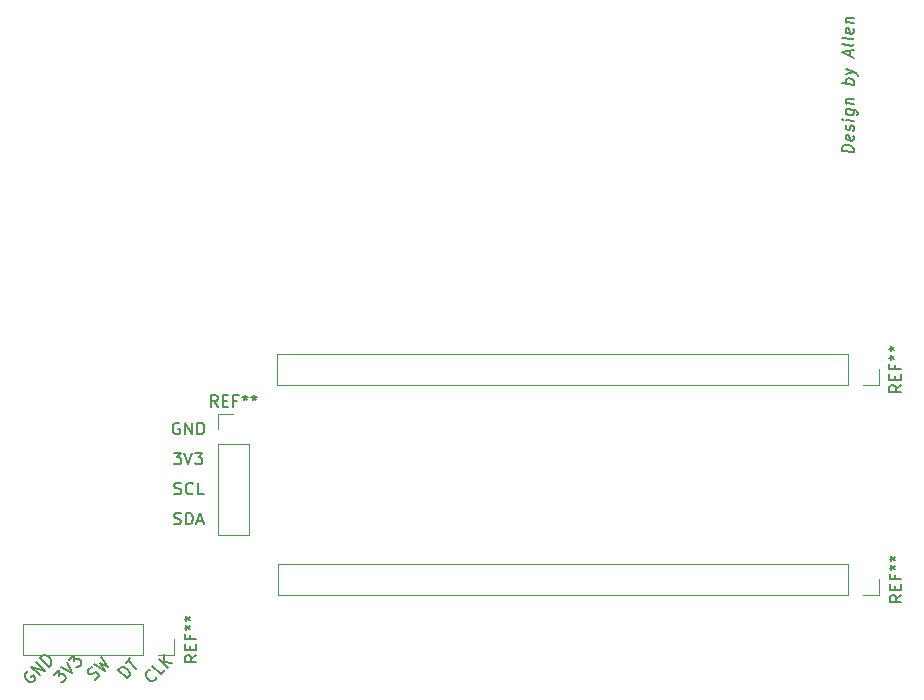
<source format=gbr>
%TF.GenerationSoftware,KiCad,Pcbnew,(6.0.5)*%
%TF.CreationDate,2022-05-29T20:54:02+08:00*%
%TF.ProjectId,keyboard,6b657962-6f61-4726-942e-6b696361645f,rev?*%
%TF.SameCoordinates,Original*%
%TF.FileFunction,Legend,Top*%
%TF.FilePolarity,Positive*%
%FSLAX46Y46*%
G04 Gerber Fmt 4.6, Leading zero omitted, Abs format (unit mm)*
G04 Created by KiCad (PCBNEW (6.0.5)) date 2022-05-29 20:54:02*
%MOMM*%
%LPD*%
G01*
G04 APERTURE LIST*
%ADD10C,0.150000*%
%ADD11C,0.120000*%
G04 APERTURE END LIST*
D10*
X132532380Y-99741339D02*
X131532380Y-99616339D01*
X131532380Y-99378244D01*
X131580000Y-99241339D01*
X131675238Y-99158005D01*
X131770476Y-99122291D01*
X131960952Y-99098482D01*
X132103809Y-99116339D01*
X132294285Y-99187767D01*
X132389523Y-99247291D01*
X132484761Y-99354434D01*
X132532380Y-99503244D01*
X132532380Y-99741339D01*
X132484761Y-98354434D02*
X132532380Y-98455625D01*
X132532380Y-98646101D01*
X132484761Y-98735386D01*
X132389523Y-98771101D01*
X132008571Y-98723482D01*
X131913333Y-98663958D01*
X131865714Y-98562767D01*
X131865714Y-98372291D01*
X131913333Y-98283005D01*
X132008571Y-98247291D01*
X132103809Y-98259196D01*
X132199047Y-98747291D01*
X132484761Y-97925863D02*
X132532380Y-97836577D01*
X132532380Y-97646101D01*
X132484761Y-97544910D01*
X132389523Y-97485386D01*
X132341904Y-97479434D01*
X132246666Y-97515148D01*
X132199047Y-97604434D01*
X132199047Y-97747291D01*
X132151428Y-97836577D01*
X132056190Y-97872291D01*
X132008571Y-97866339D01*
X131913333Y-97806815D01*
X131865714Y-97705625D01*
X131865714Y-97562767D01*
X131913333Y-97473482D01*
X132532380Y-97074672D02*
X131865714Y-96991339D01*
X131532380Y-96949672D02*
X131580000Y-97003244D01*
X131627619Y-96961577D01*
X131580000Y-96908005D01*
X131532380Y-96949672D01*
X131627619Y-96961577D01*
X131865714Y-96086577D02*
X132675238Y-96187767D01*
X132770476Y-96247291D01*
X132818095Y-96300863D01*
X132865714Y-96402053D01*
X132865714Y-96544910D01*
X132818095Y-96634196D01*
X132484761Y-96163958D02*
X132532380Y-96265148D01*
X132532380Y-96455625D01*
X132484761Y-96544910D01*
X132437142Y-96586577D01*
X132341904Y-96622291D01*
X132056190Y-96586577D01*
X131960952Y-96527053D01*
X131913333Y-96473482D01*
X131865714Y-96372291D01*
X131865714Y-96181815D01*
X131913333Y-96092529D01*
X131865714Y-95610386D02*
X132532380Y-95693720D01*
X131960952Y-95622291D02*
X131913333Y-95568720D01*
X131865714Y-95467529D01*
X131865714Y-95324672D01*
X131913333Y-95235386D01*
X132008571Y-95199672D01*
X132532380Y-95265148D01*
X132532380Y-94027053D02*
X131532380Y-93902053D01*
X131913333Y-93949672D02*
X131865714Y-93848482D01*
X131865714Y-93658005D01*
X131913333Y-93568720D01*
X131960952Y-93527053D01*
X132056190Y-93491339D01*
X132341904Y-93527053D01*
X132437142Y-93586577D01*
X132484761Y-93640148D01*
X132532380Y-93741339D01*
X132532380Y-93931815D01*
X132484761Y-94021101D01*
X131865714Y-93134196D02*
X132532380Y-92979434D01*
X131865714Y-92658005D02*
X132532380Y-92979434D01*
X132770476Y-93104434D01*
X132818095Y-93158005D01*
X132865714Y-93259196D01*
X132246666Y-91610386D02*
X132246666Y-91134196D01*
X132532380Y-91741339D02*
X131532380Y-91283005D01*
X132532380Y-91074672D01*
X132532380Y-90598482D02*
X132484761Y-90687767D01*
X132389523Y-90723482D01*
X131532380Y-90616339D01*
X132532380Y-90074672D02*
X132484761Y-90163958D01*
X132389523Y-90199672D01*
X131532380Y-90092529D01*
X132484761Y-89306815D02*
X132532380Y-89408005D01*
X132532380Y-89598482D01*
X132484761Y-89687767D01*
X132389523Y-89723482D01*
X132008571Y-89675863D01*
X131913333Y-89616339D01*
X131865714Y-89515148D01*
X131865714Y-89324672D01*
X131913333Y-89235386D01*
X132008571Y-89199672D01*
X132103809Y-89211577D01*
X132199047Y-89699672D01*
X131865714Y-88753244D02*
X132532380Y-88836577D01*
X131960952Y-88765148D02*
X131913333Y-88711577D01*
X131865714Y-88610386D01*
X131865714Y-88467529D01*
X131913333Y-88378244D01*
X132008571Y-88342529D01*
X132532380Y-88408005D01*
X74985714Y-131214761D02*
X75128571Y-131262380D01*
X75366666Y-131262380D01*
X75461904Y-131214761D01*
X75509523Y-131167142D01*
X75557142Y-131071904D01*
X75557142Y-130976666D01*
X75509523Y-130881428D01*
X75461904Y-130833809D01*
X75366666Y-130786190D01*
X75176190Y-130738571D01*
X75080952Y-130690952D01*
X75033333Y-130643333D01*
X74985714Y-130548095D01*
X74985714Y-130452857D01*
X75033333Y-130357619D01*
X75080952Y-130310000D01*
X75176190Y-130262380D01*
X75414285Y-130262380D01*
X75557142Y-130310000D01*
X75985714Y-131262380D02*
X75985714Y-130262380D01*
X76223809Y-130262380D01*
X76366666Y-130310000D01*
X76461904Y-130405238D01*
X76509523Y-130500476D01*
X76557142Y-130690952D01*
X76557142Y-130833809D01*
X76509523Y-131024285D01*
X76461904Y-131119523D01*
X76366666Y-131214761D01*
X76223809Y-131262380D01*
X75985714Y-131262380D01*
X76938095Y-130976666D02*
X77414285Y-130976666D01*
X76842857Y-131262380D02*
X77176190Y-130262380D01*
X77509523Y-131262380D01*
X75009523Y-128674761D02*
X75152380Y-128722380D01*
X75390476Y-128722380D01*
X75485714Y-128674761D01*
X75533333Y-128627142D01*
X75580952Y-128531904D01*
X75580952Y-128436666D01*
X75533333Y-128341428D01*
X75485714Y-128293809D01*
X75390476Y-128246190D01*
X75200000Y-128198571D01*
X75104761Y-128150952D01*
X75057142Y-128103333D01*
X75009523Y-128008095D01*
X75009523Y-127912857D01*
X75057142Y-127817619D01*
X75104761Y-127770000D01*
X75200000Y-127722380D01*
X75438095Y-127722380D01*
X75580952Y-127770000D01*
X76580952Y-128627142D02*
X76533333Y-128674761D01*
X76390476Y-128722380D01*
X76295238Y-128722380D01*
X76152380Y-128674761D01*
X76057142Y-128579523D01*
X76009523Y-128484285D01*
X75961904Y-128293809D01*
X75961904Y-128150952D01*
X76009523Y-127960476D01*
X76057142Y-127865238D01*
X76152380Y-127770000D01*
X76295238Y-127722380D01*
X76390476Y-127722380D01*
X76533333Y-127770000D01*
X76580952Y-127817619D01*
X77485714Y-128722380D02*
X77009523Y-128722380D01*
X77009523Y-127722380D01*
X74961904Y-125182380D02*
X75580952Y-125182380D01*
X75247619Y-125563333D01*
X75390476Y-125563333D01*
X75485714Y-125610952D01*
X75533333Y-125658571D01*
X75580952Y-125753809D01*
X75580952Y-125991904D01*
X75533333Y-126087142D01*
X75485714Y-126134761D01*
X75390476Y-126182380D01*
X75104761Y-126182380D01*
X75009523Y-126134761D01*
X74961904Y-126087142D01*
X75866666Y-125182380D02*
X76200000Y-126182380D01*
X76533333Y-125182380D01*
X76771428Y-125182380D02*
X77390476Y-125182380D01*
X77057142Y-125563333D01*
X77200000Y-125563333D01*
X77295238Y-125610952D01*
X77342857Y-125658571D01*
X77390476Y-125753809D01*
X77390476Y-125991904D01*
X77342857Y-126087142D01*
X77295238Y-126134761D01*
X77200000Y-126182380D01*
X76914285Y-126182380D01*
X76819047Y-126134761D01*
X76771428Y-126087142D01*
X75438095Y-122690000D02*
X75342857Y-122642380D01*
X75200000Y-122642380D01*
X75057142Y-122690000D01*
X74961904Y-122785238D01*
X74914285Y-122880476D01*
X74866666Y-123070952D01*
X74866666Y-123213809D01*
X74914285Y-123404285D01*
X74961904Y-123499523D01*
X75057142Y-123594761D01*
X75200000Y-123642380D01*
X75295238Y-123642380D01*
X75438095Y-123594761D01*
X75485714Y-123547142D01*
X75485714Y-123213809D01*
X75295238Y-123213809D01*
X75914285Y-123642380D02*
X75914285Y-122642380D01*
X76485714Y-123642380D01*
X76485714Y-122642380D01*
X76961904Y-123642380D02*
X76961904Y-122642380D01*
X77200000Y-122642380D01*
X77342857Y-122690000D01*
X77438095Y-122785238D01*
X77485714Y-122880476D01*
X77533333Y-123070952D01*
X77533333Y-123213809D01*
X77485714Y-123404285D01*
X77438095Y-123499523D01*
X77342857Y-123594761D01*
X77200000Y-123642380D01*
X76961904Y-123642380D01*
X64777309Y-143998240D02*
X65215042Y-143560507D01*
X65248713Y-144065583D01*
X65349729Y-143964568D01*
X65450744Y-143930896D01*
X65518087Y-143930896D01*
X65619103Y-143964568D01*
X65787461Y-144132927D01*
X65821133Y-144233942D01*
X65821133Y-144301286D01*
X65787461Y-144402301D01*
X65585431Y-144604331D01*
X65484416Y-144638003D01*
X65417072Y-144638003D01*
X65417072Y-143358477D02*
X66359881Y-143829881D01*
X65888477Y-142887072D01*
X66056835Y-142718713D02*
X66494568Y-142280981D01*
X66528240Y-142786057D01*
X66629255Y-142685042D01*
X66730270Y-142651370D01*
X66797614Y-142651370D01*
X66898629Y-142685042D01*
X67066988Y-142853400D01*
X67100660Y-142954416D01*
X67100660Y-143021759D01*
X67066988Y-143122774D01*
X66864957Y-143324805D01*
X66763942Y-143358477D01*
X66696599Y-143358477D01*
X62607698Y-143695194D02*
X62506683Y-143728866D01*
X62405668Y-143829881D01*
X62338324Y-143964568D01*
X62338324Y-144099255D01*
X62371996Y-144200270D01*
X62473011Y-144368629D01*
X62574026Y-144469644D01*
X62742385Y-144570660D01*
X62843400Y-144604331D01*
X62978087Y-144604331D01*
X63112774Y-144536988D01*
X63180118Y-144469644D01*
X63247461Y-144334957D01*
X63247461Y-144267614D01*
X63011759Y-144031912D01*
X62877072Y-144166599D01*
X63617851Y-144031912D02*
X62910744Y-143324805D01*
X64021912Y-143627851D01*
X63314805Y-142920744D01*
X64358629Y-143291133D02*
X63651522Y-142584026D01*
X63819881Y-142415668D01*
X63954568Y-142348324D01*
X64089255Y-142348324D01*
X64190270Y-142381996D01*
X64358629Y-142483011D01*
X64459644Y-142584026D01*
X64560660Y-142752385D01*
X64594331Y-142853400D01*
X64594331Y-142988087D01*
X64526988Y-143122774D01*
X64358629Y-143291133D01*
X73491641Y-144183435D02*
X73491641Y-144250778D01*
X73424297Y-144385465D01*
X73356954Y-144452809D01*
X73222267Y-144520152D01*
X73087580Y-144520152D01*
X72986564Y-144486480D01*
X72818206Y-144385465D01*
X72717190Y-144284450D01*
X72616175Y-144116091D01*
X72582503Y-144015076D01*
X72582503Y-143880389D01*
X72649847Y-143745702D01*
X72717190Y-143678358D01*
X72851877Y-143611015D01*
X72919221Y-143611015D01*
X74198748Y-143611015D02*
X73862030Y-143947732D01*
X73154923Y-143240625D01*
X74434450Y-143375312D02*
X73727343Y-142668206D01*
X74838511Y-142971251D02*
X74131404Y-142870236D01*
X74131404Y-142264145D02*
X74131404Y-143072267D01*
X70985312Y-144284450D02*
X70278206Y-143577343D01*
X70446564Y-143408984D01*
X70581251Y-143341641D01*
X70715938Y-143341641D01*
X70816954Y-143375312D01*
X70985312Y-143476328D01*
X71086328Y-143577343D01*
X71187343Y-143745702D01*
X71221015Y-143846717D01*
X71221015Y-143981404D01*
X71153671Y-144116091D01*
X70985312Y-144284450D01*
X70884297Y-142971251D02*
X71288358Y-142567190D01*
X71793435Y-143476328D02*
X71086328Y-142769221D01*
X68260118Y-144402301D02*
X68394805Y-144334957D01*
X68563164Y-144166599D01*
X68596835Y-144065583D01*
X68596835Y-143998240D01*
X68563164Y-143897225D01*
X68495820Y-143829881D01*
X68394805Y-143796209D01*
X68327461Y-143796209D01*
X68226446Y-143829881D01*
X68058087Y-143930896D01*
X67957072Y-143964568D01*
X67889729Y-143964568D01*
X67788713Y-143930896D01*
X67721370Y-143863553D01*
X67687698Y-143762538D01*
X67687698Y-143695194D01*
X67721370Y-143594179D01*
X67889729Y-143425820D01*
X68024416Y-143358477D01*
X68226446Y-143089103D02*
X69101912Y-143627851D01*
X68731522Y-142988087D01*
X69371286Y-143358477D01*
X68832538Y-142483011D01*
%TO.C,*%
%TO.C,REF\u002A\u002A*%
X136572380Y-137248333D02*
X136096190Y-137581666D01*
X136572380Y-137819761D02*
X135572380Y-137819761D01*
X135572380Y-137438809D01*
X135620000Y-137343571D01*
X135667619Y-137295952D01*
X135762857Y-137248333D01*
X135905714Y-137248333D01*
X136000952Y-137295952D01*
X136048571Y-137343571D01*
X136096190Y-137438809D01*
X136096190Y-137819761D01*
X136048571Y-136819761D02*
X136048571Y-136486428D01*
X136572380Y-136343571D02*
X136572380Y-136819761D01*
X135572380Y-136819761D01*
X135572380Y-136343571D01*
X136048571Y-135581666D02*
X136048571Y-135915000D01*
X136572380Y-135915000D02*
X135572380Y-135915000D01*
X135572380Y-135438809D01*
X135572380Y-134915000D02*
X135810476Y-134915000D01*
X135715238Y-135153095D02*
X135810476Y-134915000D01*
X135715238Y-134676904D01*
X136000952Y-135057857D02*
X135810476Y-134915000D01*
X136000952Y-134772142D01*
X135572380Y-134153095D02*
X135810476Y-134153095D01*
X135715238Y-134391190D02*
X135810476Y-134153095D01*
X135715238Y-133915000D01*
X136000952Y-134295952D02*
X135810476Y-134153095D01*
X136000952Y-134010238D01*
%TO.C,*%
%TO.C,REF\u002A\u002A*%
X136542380Y-119468333D02*
X136066190Y-119801666D01*
X136542380Y-120039761D02*
X135542380Y-120039761D01*
X135542380Y-119658809D01*
X135590000Y-119563571D01*
X135637619Y-119515952D01*
X135732857Y-119468333D01*
X135875714Y-119468333D01*
X135970952Y-119515952D01*
X136018571Y-119563571D01*
X136066190Y-119658809D01*
X136066190Y-120039761D01*
X136018571Y-119039761D02*
X136018571Y-118706428D01*
X136542380Y-118563571D02*
X136542380Y-119039761D01*
X135542380Y-119039761D01*
X135542380Y-118563571D01*
X136018571Y-117801666D02*
X136018571Y-118135000D01*
X136542380Y-118135000D02*
X135542380Y-118135000D01*
X135542380Y-117658809D01*
X135542380Y-117135000D02*
X135780476Y-117135000D01*
X135685238Y-117373095D02*
X135780476Y-117135000D01*
X135685238Y-116896904D01*
X135970952Y-117277857D02*
X135780476Y-117135000D01*
X135970952Y-116992142D01*
X135542380Y-116373095D02*
X135780476Y-116373095D01*
X135685238Y-116611190D02*
X135780476Y-116373095D01*
X135685238Y-116135000D01*
X135970952Y-116515952D02*
X135780476Y-116373095D01*
X135970952Y-116230238D01*
%TO.C,*%
%TO.C,REF\u002A\u002A*%
X76882380Y-142328333D02*
X76406190Y-142661666D01*
X76882380Y-142899761D02*
X75882380Y-142899761D01*
X75882380Y-142518809D01*
X75930000Y-142423571D01*
X75977619Y-142375952D01*
X76072857Y-142328333D01*
X76215714Y-142328333D01*
X76310952Y-142375952D01*
X76358571Y-142423571D01*
X76406190Y-142518809D01*
X76406190Y-142899761D01*
X76358571Y-141899761D02*
X76358571Y-141566428D01*
X76882380Y-141423571D02*
X76882380Y-141899761D01*
X75882380Y-141899761D01*
X75882380Y-141423571D01*
X76358571Y-140661666D02*
X76358571Y-140995000D01*
X76882380Y-140995000D02*
X75882380Y-140995000D01*
X75882380Y-140518809D01*
X75882380Y-139995000D02*
X76120476Y-139995000D01*
X76025238Y-140233095D02*
X76120476Y-139995000D01*
X76025238Y-139756904D01*
X76310952Y-140137857D02*
X76120476Y-139995000D01*
X76310952Y-139852142D01*
X75882380Y-139233095D02*
X76120476Y-139233095D01*
X76025238Y-139471190D02*
X76120476Y-139233095D01*
X76025238Y-138995000D01*
X76310952Y-139375952D02*
X76120476Y-139233095D01*
X76310952Y-139090238D01*
%TO.C,*%
%TO.C,REF\u002A\u002A*%
X78676666Y-121322380D02*
X78343333Y-120846190D01*
X78105238Y-121322380D02*
X78105238Y-120322380D01*
X78486190Y-120322380D01*
X78581428Y-120370000D01*
X78629047Y-120417619D01*
X78676666Y-120512857D01*
X78676666Y-120655714D01*
X78629047Y-120750952D01*
X78581428Y-120798571D01*
X78486190Y-120846190D01*
X78105238Y-120846190D01*
X79105238Y-120798571D02*
X79438571Y-120798571D01*
X79581428Y-121322380D02*
X79105238Y-121322380D01*
X79105238Y-120322380D01*
X79581428Y-120322380D01*
X80343333Y-120798571D02*
X80010000Y-120798571D01*
X80010000Y-121322380D02*
X80010000Y-120322380D01*
X80486190Y-120322380D01*
X81010000Y-120322380D02*
X81010000Y-120560476D01*
X80771904Y-120465238D02*
X81010000Y-120560476D01*
X81248095Y-120465238D01*
X80867142Y-120750952D02*
X81010000Y-120560476D01*
X81152857Y-120750952D01*
X81771904Y-120322380D02*
X81771904Y-120560476D01*
X81533809Y-120465238D02*
X81771904Y-120560476D01*
X82010000Y-120465238D01*
X81629047Y-120750952D02*
X81771904Y-120560476D01*
X81914761Y-120750952D01*
D11*
X134680000Y-137245000D02*
X133350000Y-137245000D01*
X132080000Y-134585000D02*
X132080000Y-137245000D01*
X132080000Y-134585000D02*
X83760000Y-134585000D01*
X132080000Y-137245000D02*
X83760000Y-137245000D01*
X134680000Y-135915000D02*
X134680000Y-137245000D01*
X83760000Y-134585000D02*
X83760000Y-137245000D01*
X134650000Y-118135000D02*
X134650000Y-119465000D01*
X132050000Y-116805000D02*
X132050000Y-119465000D01*
X132050000Y-116805000D02*
X83730000Y-116805000D01*
X83730000Y-116805000D02*
X83730000Y-119465000D01*
X132050000Y-119465000D02*
X83730000Y-119465000D01*
X134650000Y-119465000D02*
X133320000Y-119465000D01*
X72390000Y-139665000D02*
X62170000Y-139665000D01*
X62170000Y-139665000D02*
X62170000Y-142325000D01*
X72390000Y-142325000D02*
X62170000Y-142325000D01*
X74990000Y-140995000D02*
X74990000Y-142325000D01*
X72390000Y-139665000D02*
X72390000Y-142325000D01*
X74990000Y-142325000D02*
X73660000Y-142325000D01*
X78680000Y-132150000D02*
X81340000Y-132150000D01*
X78680000Y-124470000D02*
X81340000Y-124470000D01*
X81340000Y-124470000D02*
X81340000Y-132150000D01*
X78680000Y-123200000D02*
X78680000Y-121870000D01*
X78680000Y-121870000D02*
X80010000Y-121870000D01*
X78680000Y-124470000D02*
X78680000Y-132150000D01*
%TD*%
M02*

</source>
